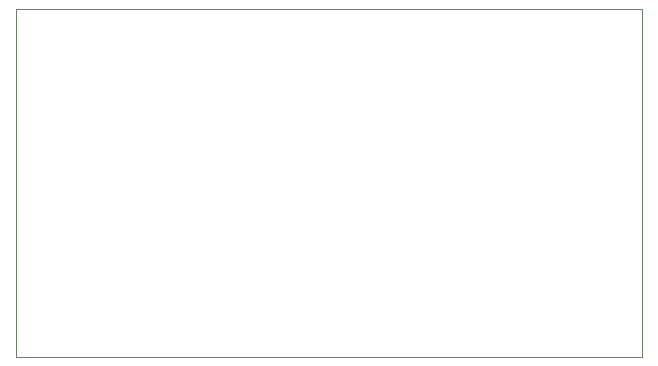
<source format=gbr>
%TF.GenerationSoftware,KiCad,Pcbnew,5.1.9+dfsg1-1~bpo10+1*%
%TF.CreationDate,2021-05-16T10:46:30+08:00*%
%TF.ProjectId,serprog,73657270-726f-4672-9e6b-696361645f70,rev?*%
%TF.SameCoordinates,Original*%
%TF.FileFunction,Profile,NP*%
%FSLAX46Y46*%
G04 Gerber Fmt 4.6, Leading zero omitted, Abs format (unit mm)*
G04 Created by KiCad (PCBNEW 5.1.9+dfsg1-1~bpo10+1) date 2021-05-16 10:46:30*
%MOMM*%
%LPD*%
G01*
G04 APERTURE LIST*
%TA.AperFunction,Profile*%
%ADD10C,0.050000*%
%TD*%
G04 APERTURE END LIST*
D10*
X102100000Y-55800000D02*
X102100000Y-85300000D01*
X155100000Y-55800000D02*
X102100000Y-55800000D01*
X155100000Y-85300000D02*
X155100000Y-55800000D01*
X102100000Y-85300000D02*
X155100000Y-85300000D01*
M02*

</source>
